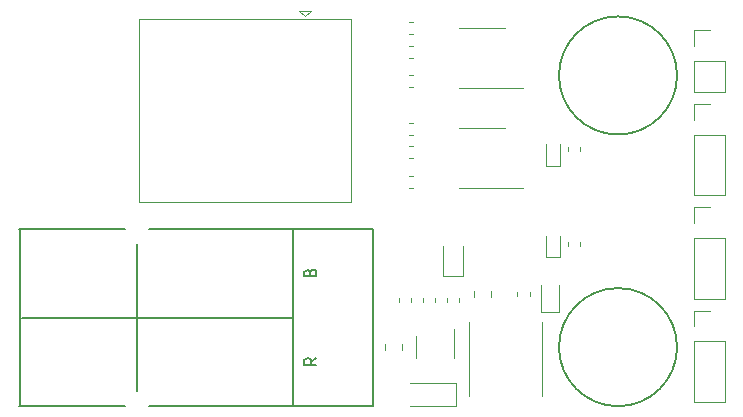
<source format=gbr>
G04 #@! TF.GenerationSoftware,KiCad,Pcbnew,5.1.5-52549c5~84~ubuntu18.04.1*
G04 #@! TF.CreationDate,2020-03-03T19:35:01-07:00*
G04 #@! TF.ProjectId,pole-node,706f6c65-2d6e-46f6-9465-2e6b69636164,rev?*
G04 #@! TF.SameCoordinates,Original*
G04 #@! TF.FileFunction,Legend,Top*
G04 #@! TF.FilePolarity,Positive*
%FSLAX46Y46*%
G04 Gerber Fmt 4.6, Leading zero omitted, Abs format (unit mm)*
G04 Created by KiCad (PCBNEW 5.1.5-52549c5~84~ubuntu18.04.1) date 2020-03-03 19:35:01*
%MOMM*%
%LPD*%
G04 APERTURE LIST*
%ADD10C,0.150000*%
%ADD11C,0.120000*%
G04 APERTURE END LIST*
D10*
X199000000Y-38500000D02*
G75*
G03X199000000Y-38500000I-5000000J0D01*
G01*
X199000000Y-61500000D02*
G75*
G03X199000000Y-61500000I-5000000J0D01*
G01*
D11*
X200420000Y-40920000D02*
X201750000Y-40920000D01*
X200420000Y-42250000D02*
X200420000Y-40920000D01*
X200420000Y-43520000D02*
X203080000Y-43520000D01*
X203080000Y-43520000D02*
X203080000Y-48660000D01*
X200420000Y-43520000D02*
X200420000Y-48660000D01*
X200420000Y-48660000D02*
X203080000Y-48660000D01*
X189100000Y-44300000D02*
X189100000Y-46150000D01*
X187900000Y-44300000D02*
X187900000Y-46150000D01*
X187900000Y-46150000D02*
X189100000Y-46150000D01*
X190760000Y-44912779D02*
X190760000Y-44587221D01*
X189740000Y-44912779D02*
X189740000Y-44587221D01*
D10*
X153250000Y-65250000D02*
X153250000Y-52750000D01*
X143360000Y-66390000D02*
X143360000Y-51610000D01*
X143250000Y-66500000D02*
X152250000Y-66500000D01*
X166500000Y-66500000D02*
X166500000Y-51500000D01*
X166500000Y-51500000D02*
X154250000Y-51500000D01*
X143500000Y-59000000D02*
X166500000Y-59000000D01*
X154250000Y-66500000D02*
X166500000Y-66500000D01*
X152250000Y-51500000D02*
X143250000Y-51500000D01*
X166500000Y-66500000D02*
X173250000Y-66500000D01*
X173250000Y-66500000D02*
X173250000Y-51500000D01*
X173250000Y-51500000D02*
X166500000Y-51500000D01*
D11*
X182500000Y-48060000D02*
X185950000Y-48060000D01*
X182500000Y-48060000D02*
X180550000Y-48060000D01*
X182500000Y-42940000D02*
X184450000Y-42940000D01*
X182500000Y-42940000D02*
X180550000Y-42940000D01*
X182500000Y-39560000D02*
X185950000Y-39560000D01*
X182500000Y-39560000D02*
X180550000Y-39560000D01*
X182500000Y-34440000D02*
X184450000Y-34440000D01*
X182500000Y-34440000D02*
X180550000Y-34440000D01*
X180110000Y-62400000D02*
X180110000Y-59950000D01*
X176890000Y-60600000D02*
X176890000Y-62400000D01*
X186510000Y-57162779D02*
X186510000Y-56837221D01*
X185490000Y-57162779D02*
X185490000Y-56837221D01*
X176662779Y-44490000D02*
X176337221Y-44490000D01*
X176662779Y-45510000D02*
X176337221Y-45510000D01*
X176662779Y-35990000D02*
X176337221Y-35990000D01*
X176662779Y-37010000D02*
X176337221Y-37010000D01*
X176510000Y-57662779D02*
X176510000Y-57337221D01*
X175490000Y-57662779D02*
X175490000Y-57337221D01*
X177490000Y-57337221D02*
X177490000Y-57662779D01*
X178510000Y-57337221D02*
X178510000Y-57662779D01*
X187600000Y-65650000D02*
X187600000Y-59350000D01*
X181400000Y-65650000D02*
X181400000Y-59350000D01*
X200420000Y-49670000D02*
X201750000Y-49670000D01*
X200420000Y-51000000D02*
X200420000Y-49670000D01*
X200420000Y-52270000D02*
X203080000Y-52270000D01*
X203080000Y-52270000D02*
X203080000Y-57410000D01*
X200420000Y-52270000D02*
X200420000Y-57410000D01*
X200420000Y-57410000D02*
X203080000Y-57410000D01*
X200420000Y-58420000D02*
X201750000Y-58420000D01*
X200420000Y-59750000D02*
X200420000Y-58420000D01*
X200420000Y-61020000D02*
X203080000Y-61020000D01*
X203080000Y-61020000D02*
X203080000Y-66160000D01*
X200420000Y-61020000D02*
X200420000Y-66160000D01*
X200420000Y-66160000D02*
X203080000Y-66160000D01*
X200420000Y-34670000D02*
X201750000Y-34670000D01*
X200420000Y-36000000D02*
X200420000Y-34670000D01*
X200420000Y-37270000D02*
X203080000Y-37270000D01*
X203080000Y-37270000D02*
X203080000Y-39870000D01*
X200420000Y-37270000D02*
X200420000Y-39870000D01*
X200420000Y-39870000D02*
X203080000Y-39870000D01*
X171380000Y-33685000D02*
X153420000Y-33685000D01*
X171380000Y-49205000D02*
X171380000Y-33685000D01*
X171380000Y-49205000D02*
X153420000Y-49205000D01*
X153420000Y-33685000D02*
X153420000Y-49205000D01*
X167500000Y-33500000D02*
X168000000Y-33000000D01*
X168000000Y-33000000D02*
X167000000Y-33000000D01*
X167000000Y-33000000D02*
X167500000Y-33500000D01*
X188985000Y-58485000D02*
X188985000Y-56200000D01*
X187515000Y-58485000D02*
X188985000Y-58485000D01*
X187515000Y-56200000D02*
X187515000Y-58485000D01*
X189100000Y-52050000D02*
X189100000Y-53900000D01*
X187900000Y-52050000D02*
X187900000Y-53900000D01*
X187900000Y-53900000D02*
X189100000Y-53900000D01*
X179150000Y-55500000D02*
X179150000Y-52950000D01*
X180850000Y-55500000D02*
X180850000Y-52950000D01*
X179150000Y-55500000D02*
X180850000Y-55500000D01*
X180250000Y-66500000D02*
X176350000Y-66500000D01*
X180250000Y-64500000D02*
X176350000Y-64500000D01*
X180250000Y-66500000D02*
X180250000Y-64500000D01*
X190760000Y-52912779D02*
X190760000Y-52587221D01*
X189740000Y-52912779D02*
X189740000Y-52587221D01*
X176662779Y-46990000D02*
X176337221Y-46990000D01*
X176662779Y-48010000D02*
X176337221Y-48010000D01*
X176662779Y-38490000D02*
X176337221Y-38490000D01*
X176662779Y-39510000D02*
X176337221Y-39510000D01*
X176337221Y-43510000D02*
X176662779Y-43510000D01*
X176337221Y-42490000D02*
X176662779Y-42490000D01*
X176337221Y-35010000D02*
X176662779Y-35010000D01*
X176337221Y-33990000D02*
X176662779Y-33990000D01*
X183210000Y-57258578D02*
X183210000Y-56741422D01*
X181790000Y-57258578D02*
X181790000Y-56741422D01*
X179490000Y-57337221D02*
X179490000Y-57662779D01*
X180510000Y-57337221D02*
X180510000Y-57662779D01*
X175710000Y-61758578D02*
X175710000Y-61241422D01*
X174290000Y-61758578D02*
X174290000Y-61241422D01*
D10*
X168452380Y-62440476D02*
X167976190Y-62773809D01*
X168452380Y-63011904D02*
X167452380Y-63011904D01*
X167452380Y-62630952D01*
X167500000Y-62535714D01*
X167547619Y-62488095D01*
X167642857Y-62440476D01*
X167785714Y-62440476D01*
X167880952Y-62488095D01*
X167928571Y-62535714D01*
X167976190Y-62630952D01*
X167976190Y-63011904D01*
X167928571Y-55178571D02*
X167976190Y-55035714D01*
X168023809Y-54988095D01*
X168119047Y-54940476D01*
X168261904Y-54940476D01*
X168357142Y-54988095D01*
X168404761Y-55035714D01*
X168452380Y-55130952D01*
X168452380Y-55511904D01*
X167452380Y-55511904D01*
X167452380Y-55178571D01*
X167500000Y-55083333D01*
X167547619Y-55035714D01*
X167642857Y-54988095D01*
X167738095Y-54988095D01*
X167833333Y-55035714D01*
X167880952Y-55083333D01*
X167928571Y-55178571D01*
X167928571Y-55511904D01*
M02*

</source>
